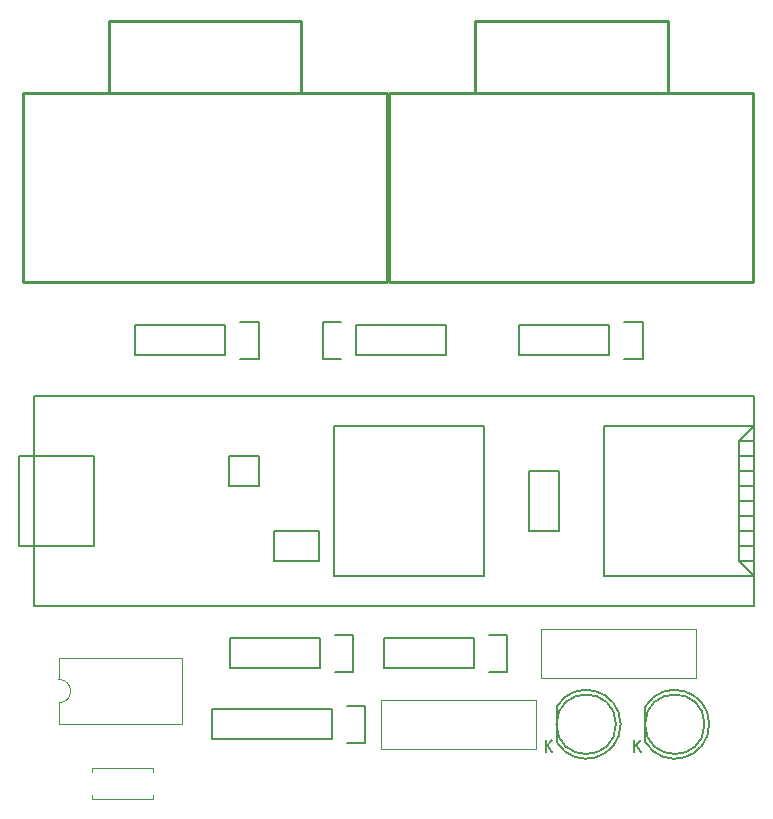
<source format=gbr>
G04 #@! TF.FileFunction,Legend,Top*
%FSLAX46Y46*%
G04 Gerber Fmt 4.6, Leading zero omitted, Abs format (unit mm)*
G04 Created by KiCad (PCBNEW 4.0.5) date Monday, January 30, 2017 'PMt' 03:56:46 PM*
%MOMM*%
%LPD*%
G01*
G04 APERTURE LIST*
%ADD10C,0.100000*%
%ADD11C,0.150000*%
%ADD12C,0.254000*%
%ADD13C,0.120000*%
G04 APERTURE END LIST*
D10*
D11*
X168055001Y-112325000D02*
X168055001Y-114865000D01*
X168055001Y-114865000D02*
X170595001Y-114865000D01*
X170595001Y-114865000D02*
X170595001Y-112325000D01*
X170595001Y-112325000D02*
X168055001Y-112325000D01*
X175675001Y-121215000D02*
X171865001Y-121215000D01*
X171865001Y-121215000D02*
X171865001Y-118675000D01*
X171865001Y-118675000D02*
X175675001Y-118675000D01*
X175675001Y-118675000D02*
X175675001Y-121215000D01*
X189645001Y-122485000D02*
X189645001Y-109785000D01*
X176945001Y-109785000D02*
X176945001Y-122485000D01*
X176945001Y-122485000D02*
X189645001Y-122485000D01*
X176945001Y-109785000D02*
X189645001Y-109785000D01*
X211235001Y-121215000D02*
X212505001Y-121215000D01*
X211235001Y-119945000D02*
X212505001Y-119945000D01*
X211235001Y-118675000D02*
X212505001Y-118675000D01*
X211235001Y-117405000D02*
X212505001Y-117405000D01*
X211235001Y-116135000D02*
X212505001Y-116135000D01*
X211235001Y-114865000D02*
X212505001Y-114865000D01*
X211235001Y-113595000D02*
X212505001Y-113595000D01*
X211235001Y-112325000D02*
X212505001Y-112325000D01*
X211235001Y-111055000D02*
X212505001Y-111055000D01*
X212505001Y-122485000D02*
X211235001Y-121215000D01*
X211235001Y-121215000D02*
X211235001Y-111055000D01*
X211235001Y-111055000D02*
X212505001Y-109785000D01*
X212505001Y-109785000D02*
X199805001Y-109785000D01*
X199805001Y-109785000D02*
X199805001Y-122485000D01*
X199805001Y-122485000D02*
X212505001Y-122485000D01*
X212505001Y-107245000D02*
X151545001Y-107245000D01*
X151545001Y-125025000D02*
X212505001Y-125025000D01*
X151545001Y-119945000D02*
X150275001Y-119945000D01*
X150275001Y-119945000D02*
X150275001Y-112325000D01*
X150275001Y-112325000D02*
X151545001Y-112325000D01*
X156625001Y-119945000D02*
X156625001Y-112325000D01*
X156625001Y-112325000D02*
X151545001Y-112325000D01*
X156625001Y-119945000D02*
X151545001Y-119945000D01*
X195995001Y-113595000D02*
X195995001Y-118675000D01*
X195995001Y-118675000D02*
X193455001Y-118675000D01*
X193455001Y-118675000D02*
X193455001Y-113595000D01*
X193455001Y-113595000D02*
X195995001Y-113595000D01*
X212505001Y-107245000D02*
X212505001Y-125025000D01*
X151545001Y-125025000D02*
X151545001Y-107245000D01*
X167730000Y-103770000D02*
X160110000Y-103770000D01*
X167730000Y-101230000D02*
X160110000Y-101230000D01*
X170550000Y-100950000D02*
X169000000Y-100950000D01*
X160110000Y-103770000D02*
X160110000Y-101230000D01*
X167730000Y-101230000D02*
X167730000Y-103770000D01*
X169000000Y-104050000D02*
X170550000Y-104050000D01*
X170550000Y-104050000D02*
X170550000Y-100950000D01*
X195785112Y-136524904D02*
G75*
G03X195770000Y-133500000I2484888J1524904D01*
G01*
X195770000Y-136500000D02*
X195770000Y-133500000D01*
X200787936Y-135000000D02*
G75*
G03X200787936Y-135000000I-2517936J0D01*
G01*
X203285112Y-136524904D02*
G75*
G03X203270000Y-133500000I2484888J1524904D01*
G01*
X203270000Y-136500000D02*
X203270000Y-133500000D01*
X208287936Y-135000000D02*
G75*
G03X208287936Y-135000000I-2517936J0D01*
G01*
D12*
X157833900Y-75474000D02*
X157833900Y-81570000D01*
X157833900Y-75474000D02*
X174166100Y-75474000D01*
X174166100Y-75474000D02*
X174166100Y-81570000D01*
X150594900Y-81570000D02*
X181405100Y-81570000D01*
X181405100Y-81570000D02*
X181405100Y-97572000D01*
X181405100Y-97572000D02*
X150594900Y-97572000D01*
X150594900Y-81570000D02*
X150594900Y-97572000D01*
X188833900Y-75474000D02*
X188833900Y-81570000D01*
X188833900Y-75474000D02*
X205166100Y-75474000D01*
X205166100Y-75474000D02*
X205166100Y-81570000D01*
X181594900Y-81570000D02*
X212405100Y-81570000D01*
X212405100Y-81570000D02*
X212405100Y-97572000D01*
X212405100Y-97572000D02*
X181594900Y-97572000D01*
X181594900Y-81570000D02*
X181594900Y-97572000D01*
D11*
X175730000Y-130270000D02*
X168110000Y-130270000D01*
X175730000Y-127730000D02*
X168110000Y-127730000D01*
X178550000Y-127450000D02*
X177000000Y-127450000D01*
X168110000Y-130270000D02*
X168110000Y-127730000D01*
X175730000Y-127730000D02*
X175730000Y-130270000D01*
X177000000Y-130550000D02*
X178550000Y-130550000D01*
X178550000Y-130550000D02*
X178550000Y-127450000D01*
X188730000Y-130270000D02*
X181110000Y-130270000D01*
X188730000Y-127730000D02*
X181110000Y-127730000D01*
X191550000Y-127450000D02*
X190000000Y-127450000D01*
X181110000Y-130270000D02*
X181110000Y-127730000D01*
X188730000Y-127730000D02*
X188730000Y-130270000D01*
X190000000Y-130550000D02*
X191550000Y-130550000D01*
X191550000Y-130550000D02*
X191550000Y-127450000D01*
X200230000Y-103770000D02*
X192610000Y-103770000D01*
X200230000Y-101230000D02*
X192610000Y-101230000D01*
X203050000Y-100950000D02*
X201500000Y-100950000D01*
X192610000Y-103770000D02*
X192610000Y-101230000D01*
X200230000Y-101230000D02*
X200230000Y-103770000D01*
X201500000Y-104050000D02*
X203050000Y-104050000D01*
X203050000Y-104050000D02*
X203050000Y-100950000D01*
X176730000Y-133730000D02*
X166570000Y-133730000D01*
X166570000Y-133730000D02*
X166570000Y-136270000D01*
X166570000Y-136270000D02*
X176730000Y-136270000D01*
X179550000Y-133450000D02*
X178000000Y-133450000D01*
X176730000Y-133730000D02*
X176730000Y-136270000D01*
X178000000Y-136550000D02*
X179550000Y-136550000D01*
X179550000Y-136550000D02*
X179550000Y-133450000D01*
D13*
X153610000Y-131190000D02*
G75*
G02X153610000Y-133190000I0J-1000000D01*
G01*
X153610000Y-133190000D02*
X153610000Y-134960000D01*
X153610000Y-134960000D02*
X164010000Y-134960000D01*
X164010000Y-134960000D02*
X164010000Y-129420000D01*
X164010000Y-129420000D02*
X153610000Y-129420000D01*
X153610000Y-129420000D02*
X153610000Y-131190000D01*
X194440000Y-126940000D02*
X207560000Y-126940000D01*
X194440000Y-131060000D02*
X207560000Y-131060000D01*
X194440000Y-126940000D02*
X194440000Y-131060000D01*
X207560000Y-126940000D02*
X207560000Y-131060000D01*
X180940000Y-132940000D02*
X194060000Y-132940000D01*
X180940000Y-137060000D02*
X194060000Y-137060000D01*
X180940000Y-132940000D02*
X180940000Y-137060000D01*
X194060000Y-132940000D02*
X194060000Y-137060000D01*
D11*
X178770000Y-101230000D02*
X186390000Y-101230000D01*
X178770000Y-103770000D02*
X186390000Y-103770000D01*
X175950000Y-104050000D02*
X177500000Y-104050000D01*
X186390000Y-101230000D02*
X186390000Y-103770000D01*
X178770000Y-103770000D02*
X178770000Y-101230000D01*
X177500000Y-100950000D02*
X175950000Y-100950000D01*
X175950000Y-100950000D02*
X175950000Y-104050000D01*
D13*
X161560000Y-141310000D02*
X156440000Y-141310000D01*
X161560000Y-138690000D02*
X156440000Y-138690000D01*
X161560000Y-141310000D02*
X161560000Y-140996000D01*
X161560000Y-139004000D02*
X161560000Y-138690000D01*
X156440000Y-141310000D02*
X156440000Y-140996000D01*
X156440000Y-139004000D02*
X156440000Y-138690000D01*
D11*
X194833095Y-137357381D02*
X194833095Y-136357381D01*
X195404524Y-137357381D02*
X194975952Y-136785952D01*
X195404524Y-136357381D02*
X194833095Y-136928810D01*
X202333095Y-137357381D02*
X202333095Y-136357381D01*
X202904524Y-137357381D02*
X202475952Y-136785952D01*
X202904524Y-136357381D02*
X202333095Y-136928810D01*
M02*

</source>
